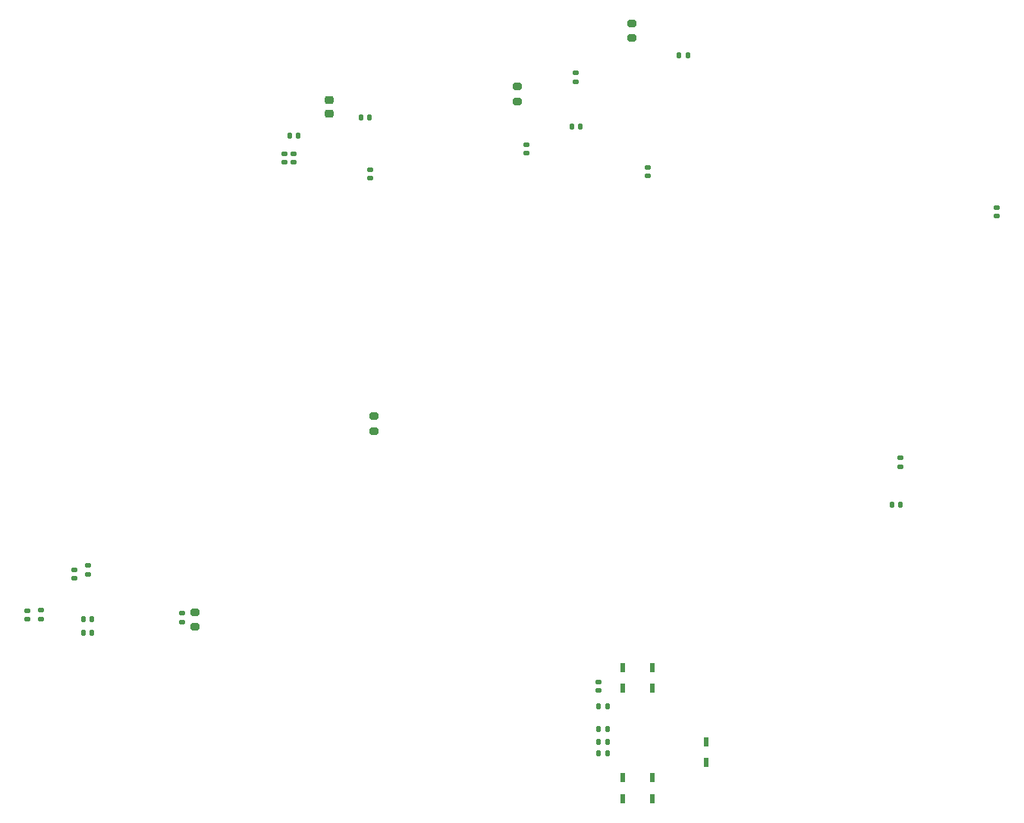
<source format=gbr>
%TF.GenerationSoftware,KiCad,Pcbnew,8.0.7*%
%TF.CreationDate,2025-11-12T22:50:05-06:00*%
%TF.ProjectId,EnergyMonitoringSystem,456e6572-6779-44d6-9f6e-69746f72696e,rev?*%
%TF.SameCoordinates,PX1c9c380PY91e9840*%
%TF.FileFunction,Paste,Bot*%
%TF.FilePolarity,Positive*%
%FSLAX46Y46*%
G04 Gerber Fmt 4.6, Leading zero omitted, Abs format (unit mm)*
G04 Created by KiCad (PCBNEW 8.0.7) date 2025-11-12 22:50:05*
%MOMM*%
%LPD*%
G01*
G04 APERTURE LIST*
G04 Aperture macros list*
%AMRoundRect*
0 Rectangle with rounded corners*
0 $1 Rounding radius*
0 $2 $3 $4 $5 $6 $7 $8 $9 X,Y pos of 4 corners*
0 Add a 4 corners polygon primitive as box body*
4,1,4,$2,$3,$4,$5,$6,$7,$8,$9,$2,$3,0*
0 Add four circle primitives for the rounded corners*
1,1,$1+$1,$2,$3*
1,1,$1+$1,$4,$5*
1,1,$1+$1,$6,$7*
1,1,$1+$1,$8,$9*
0 Add four rect primitives between the rounded corners*
20,1,$1+$1,$2,$3,$4,$5,0*
20,1,$1+$1,$4,$5,$6,$7,0*
20,1,$1+$1,$6,$7,$8,$9,0*
20,1,$1+$1,$8,$9,$2,$3,0*%
G04 Aperture macros list end*
%ADD10RoundRect,0.135000X0.135000X0.185000X-0.135000X0.185000X-0.135000X-0.185000X0.135000X-0.185000X0*%
%ADD11RoundRect,0.140000X0.170000X-0.140000X0.170000X0.140000X-0.170000X0.140000X-0.170000X-0.140000X0*%
%ADD12RoundRect,0.140000X-0.170000X0.140000X-0.170000X-0.140000X0.170000X-0.140000X0.170000X0.140000X0*%
%ADD13R,0.500000X1.100000*%
%ADD14RoundRect,0.140000X0.140000X0.170000X-0.140000X0.170000X-0.140000X-0.170000X0.140000X-0.170000X0*%
%ADD15RoundRect,0.140000X-0.140000X-0.170000X0.140000X-0.170000X0.140000X0.170000X-0.140000X0.170000X0*%
%ADD16RoundRect,0.135000X-0.185000X0.135000X-0.185000X-0.135000X0.185000X-0.135000X0.185000X0.135000X0*%
%ADD17RoundRect,0.200000X0.275000X-0.200000X0.275000X0.200000X-0.275000X0.200000X-0.275000X-0.200000X0*%
%ADD18RoundRect,0.135000X-0.135000X-0.185000X0.135000X-0.185000X0.135000X0.185000X-0.135000X0.185000X0*%
%ADD19RoundRect,0.225000X0.250000X-0.225000X0.250000X0.225000X-0.250000X0.225000X-0.250000X-0.225000X0*%
%ADD20RoundRect,0.135000X0.185000X-0.135000X0.185000X0.135000X-0.185000X0.135000X-0.185000X-0.135000X0*%
%ADD21RoundRect,0.200000X-0.275000X0.200000X-0.275000X-0.200000X0.275000X-0.200000X0.275000X0.200000X0*%
G04 APERTURE END LIST*
D10*
%TO.C,R816*%
X161010000Y109000000D03*
X159990000Y109000000D03*
%TD*%
D11*
%TO.C,C434*%
X151000000Y38040000D03*
X151000000Y39000000D03*
%TD*%
D12*
%TO.C,C906*%
X92500000Y51480000D03*
X92500000Y50520000D03*
%TD*%
D13*
%TO.C,D403*%
X163000000Y32250000D03*
X163000000Y29950000D03*
%TD*%
D14*
%TO.C,C804*%
X117480000Y100000000D03*
X116520000Y100000000D03*
%TD*%
D15*
%TO.C,C803*%
X124500000Y102000000D03*
X125460000Y102000000D03*
%TD*%
D12*
%TO.C,C905*%
X94000000Y51980000D03*
X94000000Y51020000D03*
%TD*%
D16*
%TO.C,R909*%
X104500000Y46685000D03*
X104500000Y45665000D03*
%TD*%
D12*
%TO.C,C808*%
X125500000Y96210000D03*
X125500000Y95250000D03*
%TD*%
D17*
%TO.C,R818*%
X142000000Y103850000D03*
X142000000Y105500000D03*
%TD*%
D14*
%TO.C,C810*%
X148980000Y101000000D03*
X148020000Y101000000D03*
%TD*%
D12*
%TO.C,C902*%
X88750000Y46960000D03*
X88750000Y46000000D03*
%TD*%
D17*
%TO.C,R922*%
X106000000Y45100000D03*
X106000000Y46750000D03*
%TD*%
D18*
%TO.C,R409*%
X150990000Y32250000D03*
X152010000Y32250000D03*
%TD*%
D19*
%TO.C,C805*%
X121000000Y102450000D03*
X121000000Y104000000D03*
%TD*%
D14*
%TO.C,C903*%
X94480000Y46000000D03*
X93520000Y46000000D03*
%TD*%
D13*
%TO.C,D404*%
X153750000Y25950000D03*
X153750000Y28250000D03*
%TD*%
D20*
%TO.C,R817*%
X148500000Y105990000D03*
X148500000Y107010000D03*
%TD*%
D11*
%TO.C,C807*%
X117000000Y97020000D03*
X117000000Y97980000D03*
%TD*%
D12*
%TO.C,C812*%
X142980000Y98980000D03*
X142980000Y98020000D03*
%TD*%
D11*
%TO.C,C505*%
X195500000Y91000000D03*
X195500000Y91960000D03*
%TD*%
D13*
%TO.C,D408*%
X153750000Y40550000D03*
X153750000Y38250000D03*
%TD*%
D12*
%TO.C,C901*%
X87250000Y46940000D03*
X87250000Y45980000D03*
%TD*%
D18*
%TO.C,R411*%
X150990000Y36250000D03*
X152010000Y36250000D03*
%TD*%
D13*
%TO.C,D406*%
X157000000Y40550000D03*
X157000000Y38250000D03*
%TD*%
D14*
%TO.C,C904*%
X94480000Y44500000D03*
X93520000Y44500000D03*
%TD*%
D13*
%TO.C,D405*%
X157000000Y25950000D03*
X157000000Y28250000D03*
%TD*%
D18*
%TO.C,R408*%
X150990000Y31000000D03*
X152010000Y31000000D03*
%TD*%
D21*
%TO.C,R819*%
X154750000Y112575000D03*
X154750000Y110925000D03*
%TD*%
D11*
%TO.C,C506*%
X184750000Y63020000D03*
X184750000Y63980000D03*
%TD*%
%TO.C,C809*%
X156500000Y95500000D03*
X156500000Y96460000D03*
%TD*%
D18*
%TO.C,R410*%
X150990000Y33750000D03*
X152010000Y33750000D03*
%TD*%
D11*
%TO.C,C806*%
X116000000Y97020000D03*
X116000000Y97980000D03*
%TD*%
D21*
%TO.C,R403*%
X126000000Y68650000D03*
X126000000Y67000000D03*
%TD*%
D14*
%TO.C,C504*%
X184750000Y58750000D03*
X183790000Y58750000D03*
%TD*%
M02*

</source>
